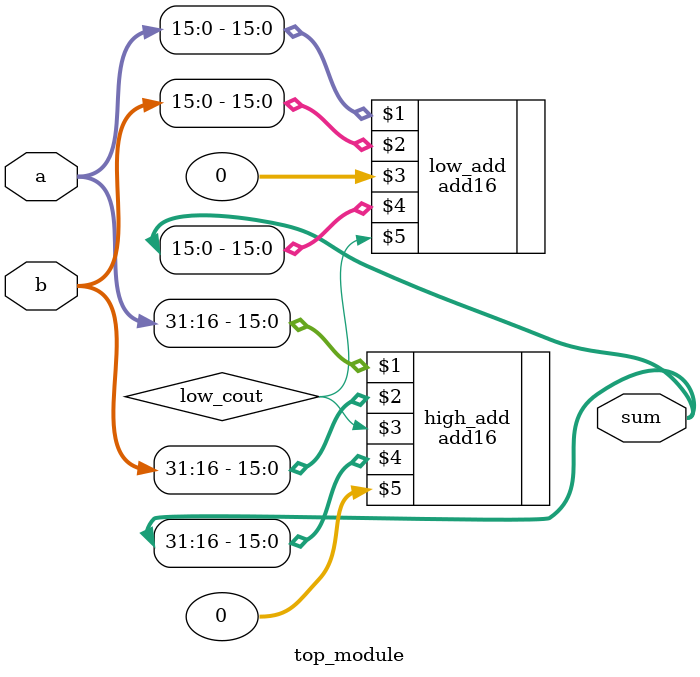
<source format=v>
module top_module(
  input [31:0] a,
  input [31:0] b,
  output [31:0] sum
);
  wire low_cout;
  add16 low_add(a[15:0], b[15:0], 0, sum[15:0], low_cout);
  add16 high_add(a[31:16], b[31:16], low_cout, sum[31:16], 0);
endmodule

</source>
